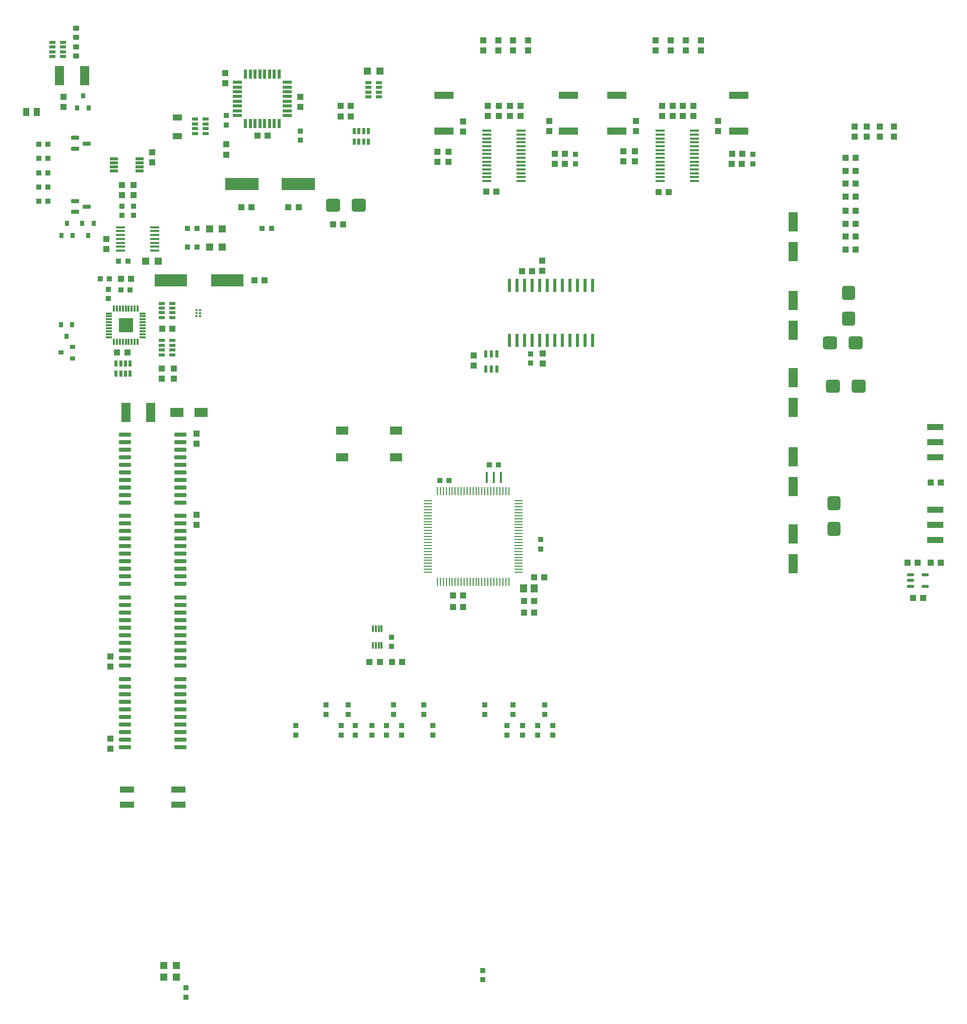
<source format=gtp>
G04*
G04 #@! TF.GenerationSoftware,Altium Limited,Altium Designer,23.3.1 (30)*
G04*
G04 Layer_Color=8421504*
%FSLAX25Y25*%
%MOIN*%
G70*
G04*
G04 #@! TF.SameCoordinates,06538215-238A-4A1E-A02E-8B45A58771C4*
G04*
G04*
G04 #@! TF.FilePolarity,Positive*
G04*
G01*
G75*
%ADD21R,0.03661X0.03425*%
%ADD22R,0.04724X0.04724*%
%ADD23R,0.03937X0.04331*%
G04:AMPARAMS|DCode=24|XSize=38.19mil|YSize=20.87mil|CornerRadius=2.61mil|HoleSize=0mil|Usage=FLASHONLY|Rotation=0.000|XOffset=0mil|YOffset=0mil|HoleType=Round|Shape=RoundedRectangle|*
%AMROUNDEDRECTD24*
21,1,0.03819,0.01565,0,0,0.0*
21,1,0.03297,0.02087,0,0,0.0*
1,1,0.00522,0.01649,-0.00783*
1,1,0.00522,-0.01649,-0.00783*
1,1,0.00522,-0.01649,0.00783*
1,1,0.00522,0.01649,0.00783*
%
%ADD24ROUNDEDRECTD24*%
G04:AMPARAMS|DCode=25|XSize=43.31mil|YSize=10.24mil|CornerRadius=1.28mil|HoleSize=0mil|Usage=FLASHONLY|Rotation=90.000|XOffset=0mil|YOffset=0mil|HoleType=Round|Shape=RoundedRectangle|*
%AMROUNDEDRECTD25*
21,1,0.04331,0.00768,0,0,90.0*
21,1,0.04075,0.01024,0,0,90.0*
1,1,0.00256,0.00384,0.02037*
1,1,0.00256,0.00384,-0.02037*
1,1,0.00256,-0.00384,-0.02037*
1,1,0.00256,-0.00384,0.02037*
%
%ADD25ROUNDEDRECTD25*%
%ADD26R,0.01654X0.01221*%
%ADD27R,0.01693X0.01221*%
G04:AMPARAMS|DCode=28|XSize=43.31mil|YSize=10.24mil|CornerRadius=1.28mil|HoleSize=0mil|Usage=FLASHONLY|Rotation=0.000|XOffset=0mil|YOffset=0mil|HoleType=Round|Shape=RoundedRectangle|*
%AMROUNDEDRECTD28*
21,1,0.04331,0.00768,0,0,0.0*
21,1,0.04075,0.01024,0,0,0.0*
1,1,0.00256,0.02037,-0.00384*
1,1,0.00256,-0.02037,-0.00384*
1,1,0.00256,-0.02037,0.00384*
1,1,0.00256,0.02037,0.00384*
%
%ADD28ROUNDEDRECTD28*%
%ADD29R,0.09213X0.09213*%
G04:AMPARAMS|DCode=30|XSize=38.19mil|YSize=20.87mil|CornerRadius=2.61mil|HoleSize=0mil|Usage=FLASHONLY|Rotation=270.000|XOffset=0mil|YOffset=0mil|HoleType=Round|Shape=RoundedRectangle|*
%AMROUNDEDRECTD30*
21,1,0.03819,0.01565,0,0,270.0*
21,1,0.03297,0.02087,0,0,270.0*
1,1,0.00522,-0.00783,-0.01649*
1,1,0.00522,-0.00783,0.01649*
1,1,0.00522,0.00783,0.01649*
1,1,0.00522,0.00783,-0.01649*
%
%ADD30ROUNDEDRECTD30*%
%ADD31R,0.05906X0.03937*%
%ADD32R,0.05906X0.12598*%
G04:AMPARAMS|DCode=33|XSize=34.25mil|YSize=40.16mil|CornerRadius=4.28mil|HoleSize=0mil|Usage=FLASHONLY|Rotation=270.000|XOffset=0mil|YOffset=0mil|HoleType=Round|Shape=RoundedRectangle|*
%AMROUNDEDRECTD33*
21,1,0.03425,0.03159,0,0,270.0*
21,1,0.02569,0.04016,0,0,270.0*
1,1,0.00856,-0.01580,-0.01284*
1,1,0.00856,-0.01580,0.01284*
1,1,0.00856,0.01580,0.01284*
1,1,0.00856,0.01580,-0.01284*
%
%ADD33ROUNDEDRECTD33*%
%ADD34R,0.08268X0.05512*%
%ADD35R,0.01100X0.05800*%
%ADD36R,0.05800X0.01100*%
%ADD37R,0.01968X0.08661*%
G04:AMPARAMS|DCode=38|XSize=90.16mil|YSize=83.46mil|CornerRadius=10.43mil|HoleSize=0mil|Usage=FLASHONLY|Rotation=270.000|XOffset=0mil|YOffset=0mil|HoleType=Round|Shape=RoundedRectangle|*
%AMROUNDEDRECTD38*
21,1,0.09016,0.06260,0,0,270.0*
21,1,0.06929,0.08346,0,0,270.0*
1,1,0.02087,-0.03130,-0.03465*
1,1,0.02087,-0.03130,0.03465*
1,1,0.02087,0.03130,0.03465*
1,1,0.02087,0.03130,-0.03465*
%
%ADD38ROUNDEDRECTD38*%
G04:AMPARAMS|DCode=39|XSize=90.16mil|YSize=83.46mil|CornerRadius=10.43mil|HoleSize=0mil|Usage=FLASHONLY|Rotation=0.000|XOffset=0mil|YOffset=0mil|HoleType=Round|Shape=RoundedRectangle|*
%AMROUNDEDRECTD39*
21,1,0.09016,0.06260,0,0,0.0*
21,1,0.06929,0.08346,0,0,0.0*
1,1,0.02087,0.03465,-0.03130*
1,1,0.02087,-0.03465,-0.03130*
1,1,0.02087,-0.03465,0.03130*
1,1,0.02087,0.03465,0.03130*
%
%ADD39ROUNDEDRECTD39*%
%ADD40R,0.10984X0.04134*%
%ADD41R,0.04331X0.03937*%
G04:AMPARAMS|DCode=42|XSize=47.64mil|YSize=23.23mil|CornerRadius=5.81mil|HoleSize=0mil|Usage=FLASHONLY|Rotation=0.000|XOffset=0mil|YOffset=0mil|HoleType=Round|Shape=RoundedRectangle|*
%AMROUNDEDRECTD42*
21,1,0.04764,0.01161,0,0,0.0*
21,1,0.03602,0.02323,0,0,0.0*
1,1,0.01161,0.01801,-0.00581*
1,1,0.01161,-0.01801,-0.00581*
1,1,0.01161,-0.01801,0.00581*
1,1,0.01161,0.01801,0.00581*
%
%ADD42ROUNDEDRECTD42*%
%ADD43R,0.03425X0.03661*%
G04:AMPARAMS|DCode=44|XSize=47.64mil|YSize=22.84mil|CornerRadius=2.85mil|HoleSize=0mil|Usage=FLASHONLY|Rotation=90.000|XOffset=0mil|YOffset=0mil|HoleType=Round|Shape=RoundedRectangle|*
%AMROUNDEDRECTD44*
21,1,0.04764,0.01713,0,0,90.0*
21,1,0.04193,0.02284,0,0,90.0*
1,1,0.00571,0.00856,0.02097*
1,1,0.00571,0.00856,-0.02097*
1,1,0.00571,-0.00856,-0.02097*
1,1,0.00571,-0.00856,0.02097*
%
%ADD44ROUNDEDRECTD44*%
%ADD45R,0.03150X0.03543*%
%ADD46R,0.03543X0.03150*%
%ADD47R,0.21654X0.07874*%
%ADD48R,0.04724X0.05787*%
%ADD49R,0.08661X0.06102*%
G04:AMPARAMS|DCode=50|XSize=81.1mil|YSize=23.62mil|CornerRadius=2.95mil|HoleSize=0mil|Usage=FLASHONLY|Rotation=0.000|XOffset=0mil|YOffset=0mil|HoleType=Round|Shape=RoundedRectangle|*
%AMROUNDEDRECTD50*
21,1,0.08110,0.01772,0,0,0.0*
21,1,0.07520,0.02362,0,0,0.0*
1,1,0.00591,0.03760,-0.00886*
1,1,0.00591,-0.03760,-0.00886*
1,1,0.00591,-0.03760,0.00886*
1,1,0.00591,0.03760,0.00886*
%
%ADD50ROUNDEDRECTD50*%
%ADD51R,0.01575X0.07480*%
G04:AMPARAMS|DCode=52|XSize=61.81mil|YSize=16.14mil|CornerRadius=2.02mil|HoleSize=0mil|Usage=FLASHONLY|Rotation=0.000|XOffset=0mil|YOffset=0mil|HoleType=Round|Shape=RoundedRectangle|*
%AMROUNDEDRECTD52*
21,1,0.06181,0.01211,0,0,0.0*
21,1,0.05778,0.01614,0,0,0.0*
1,1,0.00404,0.02889,-0.00605*
1,1,0.00404,-0.02889,-0.00605*
1,1,0.00404,-0.02889,0.00605*
1,1,0.00404,0.02889,0.00605*
%
%ADD52ROUNDEDRECTD52*%
%ADD53R,0.13071X0.04764*%
G04:AMPARAMS|DCode=54|XSize=61.42mil|YSize=15.75mil|CornerRadius=1.97mil|HoleSize=0mil|Usage=FLASHONLY|Rotation=0.000|XOffset=0mil|YOffset=0mil|HoleType=Round|Shape=RoundedRectangle|*
%AMROUNDEDRECTD54*
21,1,0.06142,0.01181,0,0,0.0*
21,1,0.05748,0.01575,0,0,0.0*
1,1,0.00394,0.02874,-0.00591*
1,1,0.00394,-0.02874,-0.00591*
1,1,0.00394,-0.02874,0.00591*
1,1,0.00394,0.02874,0.00591*
%
%ADD54ROUNDEDRECTD54*%
%ADD55R,0.06299X0.12598*%
%ADD56R,0.22047X0.08268*%
%ADD57R,0.04488X0.05787*%
%ADD58R,0.09606X0.04449*%
%ADD59R,0.03622X0.03819*%
G04:AMPARAMS|DCode=60|XSize=55.91mil|YSize=18.5mil|CornerRadius=2.31mil|HoleSize=0mil|Usage=FLASHONLY|Rotation=180.000|XOffset=0mil|YOffset=0mil|HoleType=Round|Shape=RoundedRectangle|*
%AMROUNDEDRECTD60*
21,1,0.05591,0.01388,0,0,180.0*
21,1,0.05128,0.01850,0,0,180.0*
1,1,0.00463,-0.02564,0.00694*
1,1,0.00463,0.02564,0.00694*
1,1,0.00463,0.02564,-0.00694*
1,1,0.00463,-0.02564,-0.00694*
%
%ADD60ROUNDEDRECTD60*%
G04:AMPARAMS|DCode=61|XSize=24.02mil|YSize=55.51mil|CornerRadius=6mil|HoleSize=0mil|Usage=FLASHONLY|Rotation=270.000|XOffset=0mil|YOffset=0mil|HoleType=Round|Shape=RoundedRectangle|*
%AMROUNDEDRECTD61*
21,1,0.02402,0.04350,0,0,270.0*
21,1,0.01201,0.05551,0,0,270.0*
1,1,0.01201,-0.02175,-0.00600*
1,1,0.01201,-0.02175,0.00600*
1,1,0.01201,0.02175,0.00600*
1,1,0.01201,0.02175,-0.00600*
%
%ADD61ROUNDEDRECTD61*%
G04:AMPARAMS|DCode=62|XSize=44.09mil|YSize=10.63mil|CornerRadius=1.33mil|HoleSize=0mil|Usage=FLASHONLY|Rotation=90.000|XOffset=0mil|YOffset=0mil|HoleType=Round|Shape=RoundedRectangle|*
%AMROUNDEDRECTD62*
21,1,0.04409,0.00797,0,0,90.0*
21,1,0.04144,0.01063,0,0,90.0*
1,1,0.00266,0.00399,0.02072*
1,1,0.00266,0.00399,-0.02072*
1,1,0.00266,-0.00399,-0.02072*
1,1,0.00266,-0.00399,0.02072*
%
%ADD62ROUNDEDRECTD62*%
G04:AMPARAMS|DCode=63|XSize=58.66mil|YSize=21.65mil|CornerRadius=2.71mil|HoleSize=0mil|Usage=FLASHONLY|Rotation=180.000|XOffset=0mil|YOffset=0mil|HoleType=Round|Shape=RoundedRectangle|*
%AMROUNDEDRECTD63*
21,1,0.05866,0.01624,0,0,180.0*
21,1,0.05325,0.02165,0,0,180.0*
1,1,0.00541,-0.02662,0.00812*
1,1,0.00541,0.02662,0.00812*
1,1,0.00541,0.02662,-0.00812*
1,1,0.00541,-0.02662,-0.00812*
%
%ADD63ROUNDEDRECTD63*%
G04:AMPARAMS|DCode=64|XSize=58.66mil|YSize=21.65mil|CornerRadius=2.71mil|HoleSize=0mil|Usage=FLASHONLY|Rotation=90.000|XOffset=0mil|YOffset=0mil|HoleType=Round|Shape=RoundedRectangle|*
%AMROUNDEDRECTD64*
21,1,0.05866,0.01624,0,0,90.0*
21,1,0.05325,0.02165,0,0,90.0*
1,1,0.00541,0.00812,0.02662*
1,1,0.00541,0.00812,-0.02662*
1,1,0.00541,-0.00812,-0.02662*
1,1,0.00541,-0.00812,0.02662*
%
%ADD64ROUNDEDRECTD64*%
D21*
X387258Y443171D02*
D03*
Y437029D02*
D03*
X402043Y197458D02*
D03*
Y191316D02*
D03*
X391840Y197458D02*
D03*
Y191316D02*
D03*
X381960Y197458D02*
D03*
Y191316D02*
D03*
X371757Y197458D02*
D03*
Y191316D02*
D03*
X355594Y29417D02*
D03*
Y35558D02*
D03*
X322480Y197458D02*
D03*
Y191316D02*
D03*
X316478Y204891D02*
D03*
Y211033D02*
D03*
X296624Y204891D02*
D03*
Y211033D02*
D03*
X266601D02*
D03*
Y204891D02*
D03*
X251871Y211033D02*
D03*
Y204891D02*
D03*
X301820Y197458D02*
D03*
Y191316D02*
D03*
X291850D02*
D03*
Y197458D02*
D03*
X282400Y191316D02*
D03*
Y197458D02*
D03*
X271239D02*
D03*
Y191316D02*
D03*
X261939D02*
D03*
Y197458D02*
D03*
X159428Y17997D02*
D03*
Y24139D02*
D03*
X231805Y197458D02*
D03*
Y191316D02*
D03*
X356905Y211033D02*
D03*
Y204891D02*
D03*
X375761D02*
D03*
Y211033D02*
D03*
X396619D02*
D03*
Y204891D02*
D03*
X107924Y485870D02*
D03*
Y479728D02*
D03*
X116929Y534822D02*
D03*
Y540964D02*
D03*
X534344Y568910D02*
D03*
Y575052D02*
D03*
X394100Y320371D02*
D03*
Y314229D02*
D03*
X416942Y575052D02*
D03*
Y568910D02*
D03*
X124589Y540964D02*
D03*
Y534822D02*
D03*
X295270Y255843D02*
D03*
Y249701D02*
D03*
D22*
X144555Y31281D02*
D03*
X152823D02*
D03*
X144555Y38779D02*
D03*
X152823D02*
D03*
X279324Y630168D02*
D03*
X287592D02*
D03*
X175044Y525984D02*
D03*
X183311D02*
D03*
X175044Y513704D02*
D03*
X183311D02*
D03*
X140896Y504629D02*
D03*
X132629D02*
D03*
D23*
X109305Y188935D02*
D03*
Y182242D02*
D03*
X185827Y581690D02*
D03*
Y574997D02*
D03*
X116837Y554776D02*
D03*
Y548083D02*
D03*
X185409Y622173D02*
D03*
Y628866D02*
D03*
X394978Y504815D02*
D03*
Y498122D02*
D03*
X395400Y436754D02*
D03*
Y443446D02*
D03*
X109305Y243149D02*
D03*
Y236456D02*
D03*
X166234Y330295D02*
D03*
Y336987D02*
D03*
Y383859D02*
D03*
Y390552D02*
D03*
X349576Y442159D02*
D03*
Y435466D02*
D03*
X151340Y433655D02*
D03*
Y426962D02*
D03*
X143314Y433655D02*
D03*
Y426962D02*
D03*
X511417Y590388D02*
D03*
Y597081D02*
D03*
X399634Y590388D02*
D03*
Y597081D02*
D03*
X342665Y590244D02*
D03*
Y596937D02*
D03*
X499908Y643911D02*
D03*
Y650604D02*
D03*
X490098Y643911D02*
D03*
Y650604D02*
D03*
X479862Y643911D02*
D03*
Y650604D02*
D03*
X470024Y643911D02*
D03*
Y650604D02*
D03*
X385560Y643911D02*
D03*
Y650604D02*
D03*
X375725Y643911D02*
D03*
Y650604D02*
D03*
X365831Y643911D02*
D03*
Y650604D02*
D03*
X355875Y643911D02*
D03*
Y650604D02*
D03*
X495033Y600563D02*
D03*
Y607256D02*
D03*
X474306Y600563D02*
D03*
Y607256D02*
D03*
X488029Y600563D02*
D03*
Y607256D02*
D03*
X481191Y600563D02*
D03*
Y607256D02*
D03*
X448619Y577209D02*
D03*
Y570516D02*
D03*
X456358Y577209D02*
D03*
Y570516D02*
D03*
X325604Y576924D02*
D03*
Y570231D02*
D03*
X380681Y607256D02*
D03*
Y600563D02*
D03*
X373485Y607256D02*
D03*
Y600563D02*
D03*
X366203Y607256D02*
D03*
Y600563D02*
D03*
X358854Y607256D02*
D03*
Y600563D02*
D03*
X332933Y570276D02*
D03*
Y576969D02*
D03*
X234970Y606447D02*
D03*
Y613140D02*
D03*
X136998Y576495D02*
D03*
Y569803D02*
D03*
X124589Y548083D02*
D03*
Y554776D02*
D03*
X627469Y593441D02*
D03*
Y586749D02*
D03*
X618414Y593441D02*
D03*
Y586749D02*
D03*
X609774Y593441D02*
D03*
Y586749D02*
D03*
X601785Y593442D02*
D03*
Y586749D02*
D03*
X78208Y606598D02*
D03*
Y613291D02*
D03*
X457101Y597081D02*
D03*
Y590388D02*
D03*
X106693Y512456D02*
D03*
Y519149D02*
D03*
D24*
X143374Y476659D02*
D03*
X70965Y639764D02*
D03*
Y642913D02*
D03*
Y646063D02*
D03*
Y649213D02*
D03*
X77854D02*
D03*
Y646063D02*
D03*
Y642913D02*
D03*
Y639764D02*
D03*
X150263Y476659D02*
D03*
Y473509D02*
D03*
Y470360D02*
D03*
Y467210D02*
D03*
X143374D02*
D03*
Y470360D02*
D03*
Y473509D02*
D03*
X150263Y452110D02*
D03*
Y448960D02*
D03*
Y445810D02*
D03*
Y442661D02*
D03*
X143374D02*
D03*
Y445810D02*
D03*
Y448960D02*
D03*
Y452110D02*
D03*
X286903Y622551D02*
D03*
Y619402D02*
D03*
Y616252D02*
D03*
Y613102D02*
D03*
X280013D02*
D03*
Y616252D02*
D03*
Y619402D02*
D03*
Y622551D02*
D03*
X165455Y598425D02*
D03*
Y595275D02*
D03*
Y592125D02*
D03*
Y588976D02*
D03*
X172345D02*
D03*
Y592125D02*
D03*
Y595275D02*
D03*
Y598425D02*
D03*
D25*
X121457Y473203D02*
D03*
X123425D02*
D03*
X111614D02*
D03*
X113583D02*
D03*
X115551D02*
D03*
X117520D02*
D03*
X119488D02*
D03*
X125394D02*
D03*
X127362D02*
D03*
Y451037D02*
D03*
X125394D02*
D03*
X123425D02*
D03*
X121457D02*
D03*
X119488D02*
D03*
X117520D02*
D03*
X115551D02*
D03*
X113583D02*
D03*
X111614D02*
D03*
D26*
X166253Y468229D02*
D03*
Y472166D02*
D03*
X168576D02*
D03*
X166253Y470198D02*
D03*
X168576D02*
D03*
D27*
X168556Y468229D02*
D03*
D28*
X108406Y468026D02*
D03*
Y469994D02*
D03*
X130571D02*
D03*
Y468026D02*
D03*
Y466057D02*
D03*
Y464089D02*
D03*
Y462120D02*
D03*
Y460152D02*
D03*
Y458183D02*
D03*
Y456215D02*
D03*
Y454246D02*
D03*
X108406D02*
D03*
Y456215D02*
D03*
Y458183D02*
D03*
Y460152D02*
D03*
Y462120D02*
D03*
Y464089D02*
D03*
Y466057D02*
D03*
D29*
X119488Y462120D02*
D03*
D30*
X113007Y436982D02*
D03*
X116157D02*
D03*
X119307D02*
D03*
X122456D02*
D03*
Y430093D02*
D03*
X119307D02*
D03*
X116157D02*
D03*
X113007D02*
D03*
X279959Y583632D02*
D03*
X276809D02*
D03*
X273660D02*
D03*
X270510D02*
D03*
Y590522D02*
D03*
X273660D02*
D03*
X276809D02*
D03*
X279959D02*
D03*
D31*
X153659Y599610D02*
D03*
Y587011D02*
D03*
D32*
X75718Y627257D02*
D03*
X92254D02*
D03*
X119513Y404576D02*
D03*
X136049D02*
D03*
D33*
X86614Y658583D02*
D03*
Y652441D02*
D03*
X86528Y646291D02*
D03*
Y640150D02*
D03*
D34*
X298406Y374803D02*
D03*
X262579D02*
D03*
Y392520D02*
D03*
X298406D02*
D03*
D35*
X372813Y292441D02*
D03*
X370913D02*
D03*
X368913D02*
D03*
X366913D02*
D03*
X364913D02*
D03*
X363013D02*
D03*
X361013D02*
D03*
X359013D02*
D03*
X357113D02*
D03*
X355113D02*
D03*
X353113D02*
D03*
X351213D02*
D03*
X349213D02*
D03*
X347213D02*
D03*
X345313D02*
D03*
X343313D02*
D03*
X341313D02*
D03*
X339413D02*
D03*
X337413D02*
D03*
X335413D02*
D03*
X333513D02*
D03*
X331513D02*
D03*
X329513D02*
D03*
X327513D02*
D03*
X325613D02*
D03*
Y352441D02*
D03*
X327513D02*
D03*
X329513D02*
D03*
X331513D02*
D03*
X333513D02*
D03*
X335413D02*
D03*
X337413D02*
D03*
X339413D02*
D03*
X341313D02*
D03*
X343313D02*
D03*
X345313D02*
D03*
X347213D02*
D03*
X349213D02*
D03*
X351213D02*
D03*
X353113D02*
D03*
X355113D02*
D03*
X357113D02*
D03*
X359013D02*
D03*
X361013D02*
D03*
X363013D02*
D03*
X364913D02*
D03*
X366913D02*
D03*
X368913D02*
D03*
X370913D02*
D03*
X372813D02*
D03*
D36*
X319213Y298841D02*
D03*
Y300741D02*
D03*
Y302741D02*
D03*
Y304741D02*
D03*
Y306741D02*
D03*
Y308641D02*
D03*
Y310641D02*
D03*
Y312641D02*
D03*
Y314541D02*
D03*
Y316541D02*
D03*
Y318541D02*
D03*
Y320441D02*
D03*
Y322441D02*
D03*
Y324441D02*
D03*
Y326341D02*
D03*
Y328341D02*
D03*
Y330341D02*
D03*
Y332241D02*
D03*
Y334241D02*
D03*
Y336241D02*
D03*
Y338141D02*
D03*
Y340141D02*
D03*
Y342141D02*
D03*
Y344141D02*
D03*
Y346041D02*
D03*
X379213D02*
D03*
Y344141D02*
D03*
Y342141D02*
D03*
Y340141D02*
D03*
Y338141D02*
D03*
Y336241D02*
D03*
Y334241D02*
D03*
Y332241D02*
D03*
Y330341D02*
D03*
Y328341D02*
D03*
Y326341D02*
D03*
Y324441D02*
D03*
Y322441D02*
D03*
Y320441D02*
D03*
Y318541D02*
D03*
Y316541D02*
D03*
Y314541D02*
D03*
Y312641D02*
D03*
Y310641D02*
D03*
Y308641D02*
D03*
Y306741D02*
D03*
Y304741D02*
D03*
Y302741D02*
D03*
Y300741D02*
D03*
Y298841D02*
D03*
D37*
X428365Y488417D02*
D03*
X423365D02*
D03*
X418365D02*
D03*
X413365D02*
D03*
X408365D02*
D03*
X403365D02*
D03*
X398365D02*
D03*
X393365D02*
D03*
X388365D02*
D03*
X383365D02*
D03*
X378365D02*
D03*
X373365D02*
D03*
X428365Y452196D02*
D03*
X423365D02*
D03*
X418365D02*
D03*
X413365D02*
D03*
X408365D02*
D03*
X403365D02*
D03*
X398365D02*
D03*
X393365D02*
D03*
X388365D02*
D03*
X383365D02*
D03*
X378365D02*
D03*
X373365D02*
D03*
D38*
X597642Y466429D02*
D03*
Y483437D02*
D03*
X587837Y327518D02*
D03*
Y344526D02*
D03*
D39*
X602364Y450427D02*
D03*
X585356D02*
D03*
X604254Y421694D02*
D03*
X587246D02*
D03*
X256487Y541365D02*
D03*
X273495D02*
D03*
D40*
X654820Y320254D02*
D03*
Y330254D02*
D03*
Y340254D02*
D03*
X655034Y394696D02*
D03*
Y384696D02*
D03*
Y374696D02*
D03*
D41*
X640144Y281743D02*
D03*
X646837D02*
D03*
X636555Y305268D02*
D03*
X643248D02*
D03*
X658626D02*
D03*
X651933D02*
D03*
X381502Y497925D02*
D03*
X388195D02*
D03*
X302338Y239489D02*
D03*
X295646D02*
D03*
X287461D02*
D03*
X280768D02*
D03*
X120463Y444135D02*
D03*
X113770D02*
D03*
X143472Y459729D02*
D03*
X150165D02*
D03*
X116142Y492820D02*
D03*
X122835D02*
D03*
X211259Y491918D02*
D03*
X204566D02*
D03*
X389692Y272213D02*
D03*
X382999D02*
D03*
X342742Y275692D02*
D03*
X336049D02*
D03*
X342742Y283454D02*
D03*
X336049D02*
D03*
X382999Y279761D02*
D03*
X389691D02*
D03*
X389732Y295622D02*
D03*
X396425D02*
D03*
X520527Y575436D02*
D03*
X527220D02*
D03*
X520430Y568709D02*
D03*
X527122D02*
D03*
X472063Y550295D02*
D03*
X478756D02*
D03*
X357806Y550344D02*
D03*
X364499D02*
D03*
X403364Y575436D02*
D03*
X410057D02*
D03*
X403422Y568709D02*
D03*
X410115D02*
D03*
X256496Y528740D02*
D03*
X263189D02*
D03*
X227111Y540273D02*
D03*
X233804D02*
D03*
X202545D02*
D03*
X195853D02*
D03*
X595580Y572866D02*
D03*
X602273D02*
D03*
X595580Y564295D02*
D03*
X602273D02*
D03*
X595580Y555724D02*
D03*
X602273D02*
D03*
X595580Y547153D02*
D03*
X602273D02*
D03*
X595580Y537881D02*
D03*
X602273D02*
D03*
X595580Y512169D02*
D03*
X602273D02*
D03*
X595580Y529310D02*
D03*
X602273D02*
D03*
X595580Y520739D02*
D03*
X602273D02*
D03*
X651933Y358282D02*
D03*
X658626D02*
D03*
X268338Y600244D02*
D03*
X261645D02*
D03*
X268338Y607244D02*
D03*
X261645D02*
D03*
X213257Y587564D02*
D03*
X206565D02*
D03*
D42*
X648431Y297094D02*
D03*
Y289614D02*
D03*
X638549D02*
D03*
Y293354D02*
D03*
Y297094D02*
D03*
D43*
X166500Y526135D02*
D03*
X160359D02*
D03*
X166500Y513704D02*
D03*
X160359D02*
D03*
X327244Y359449D02*
D03*
X333386D02*
D03*
X114685Y504540D02*
D03*
X120826D02*
D03*
X122437Y485568D02*
D03*
X116295D02*
D03*
X108704Y492820D02*
D03*
X102562D02*
D03*
X366030Y369742D02*
D03*
X359888D02*
D03*
X209677Y526135D02*
D03*
X215818D02*
D03*
X68032Y544094D02*
D03*
X61890D02*
D03*
X68032Y562992D02*
D03*
X61890D02*
D03*
X68032Y553543D02*
D03*
X61890D02*
D03*
X68032Y581890D02*
D03*
X61890D02*
D03*
Y572441D02*
D03*
X68032D02*
D03*
D44*
X364998Y443189D02*
D03*
X361258D02*
D03*
X357517D02*
D03*
X364998Y433307D02*
D03*
X361258D02*
D03*
X357517D02*
D03*
D45*
X80692Y529479D02*
D03*
X84432Y521605D02*
D03*
X76952D02*
D03*
X94463D02*
D03*
X90723Y529479D02*
D03*
X98203D02*
D03*
X80381Y454680D02*
D03*
X76641Y462554D02*
D03*
X84121D02*
D03*
X91147Y613774D02*
D03*
X94887Y605900D02*
D03*
X87406D02*
D03*
D46*
X76477Y444039D02*
D03*
X84351Y447779D02*
D03*
Y440299D02*
D03*
D47*
X149299Y491900D02*
D03*
X186701D02*
D03*
D48*
X382723Y288234D02*
D03*
X389495D02*
D03*
D49*
X169367Y404576D02*
D03*
X153225D02*
D03*
D50*
X155557Y389719D02*
D03*
Y384719D02*
D03*
Y379719D02*
D03*
Y374719D02*
D03*
Y369719D02*
D03*
Y364719D02*
D03*
Y359719D02*
D03*
Y354719D02*
D03*
Y349719D02*
D03*
Y344719D02*
D03*
X119022D02*
D03*
Y349719D02*
D03*
Y354719D02*
D03*
Y359719D02*
D03*
Y364719D02*
D03*
Y369719D02*
D03*
Y374719D02*
D03*
Y379719D02*
D03*
Y384719D02*
D03*
Y389719D02*
D03*
X155577Y336154D02*
D03*
Y331154D02*
D03*
Y326154D02*
D03*
Y321154D02*
D03*
Y316154D02*
D03*
Y311154D02*
D03*
Y306154D02*
D03*
Y301154D02*
D03*
Y296154D02*
D03*
Y291154D02*
D03*
X119041D02*
D03*
Y296154D02*
D03*
Y301154D02*
D03*
Y306154D02*
D03*
Y311154D02*
D03*
Y316154D02*
D03*
Y321154D02*
D03*
Y326154D02*
D03*
Y331154D02*
D03*
Y336154D02*
D03*
X119118Y237289D02*
D03*
Y242289D02*
D03*
Y247289D02*
D03*
Y252289D02*
D03*
Y257289D02*
D03*
Y262289D02*
D03*
Y267289D02*
D03*
Y272289D02*
D03*
Y277289D02*
D03*
Y282289D02*
D03*
X155653D02*
D03*
Y277289D02*
D03*
Y272289D02*
D03*
Y267289D02*
D03*
Y262289D02*
D03*
Y257289D02*
D03*
Y252289D02*
D03*
Y247289D02*
D03*
Y242289D02*
D03*
Y237289D02*
D03*
X119005Y183075D02*
D03*
Y188075D02*
D03*
Y193075D02*
D03*
Y198075D02*
D03*
Y203075D02*
D03*
Y208075D02*
D03*
Y213075D02*
D03*
Y218075D02*
D03*
Y223075D02*
D03*
Y228075D02*
D03*
X155540D02*
D03*
Y223075D02*
D03*
Y218075D02*
D03*
Y213075D02*
D03*
Y208075D02*
D03*
Y203075D02*
D03*
Y198075D02*
D03*
Y193075D02*
D03*
Y188075D02*
D03*
Y183075D02*
D03*
D51*
X358268Y361417D02*
D03*
X362992D02*
D03*
X367717D02*
D03*
D52*
X115957Y526897D02*
D03*
Y524338D02*
D03*
Y521779D02*
D03*
Y519220D02*
D03*
Y516661D02*
D03*
Y514102D02*
D03*
Y511543D02*
D03*
X138556D02*
D03*
Y514102D02*
D03*
Y516661D02*
D03*
Y519220D02*
D03*
Y521779D02*
D03*
Y524338D02*
D03*
Y526897D02*
D03*
D53*
X444184Y614199D02*
D03*
Y590380D02*
D03*
X524805Y614199D02*
D03*
Y590380D02*
D03*
X412238D02*
D03*
Y614199D02*
D03*
X329811Y590380D02*
D03*
Y614199D02*
D03*
D54*
X495545Y590725D02*
D03*
Y588166D02*
D03*
Y585607D02*
D03*
Y583048D02*
D03*
Y580489D02*
D03*
Y577930D02*
D03*
Y575371D02*
D03*
Y572812D02*
D03*
Y570252D02*
D03*
Y567693D02*
D03*
Y565134D02*
D03*
Y562575D02*
D03*
Y560016D02*
D03*
Y557457D02*
D03*
X472868D02*
D03*
Y560016D02*
D03*
Y562575D02*
D03*
Y565134D02*
D03*
Y567693D02*
D03*
Y570252D02*
D03*
Y572812D02*
D03*
Y575371D02*
D03*
Y577930D02*
D03*
Y580489D02*
D03*
Y583048D02*
D03*
Y585607D02*
D03*
Y588166D02*
D03*
Y590725D02*
D03*
X381085D02*
D03*
Y588166D02*
D03*
Y585607D02*
D03*
Y583048D02*
D03*
Y580489D02*
D03*
Y577930D02*
D03*
Y575371D02*
D03*
Y572812D02*
D03*
Y570252D02*
D03*
Y567693D02*
D03*
Y565134D02*
D03*
Y562575D02*
D03*
Y560016D02*
D03*
Y557457D02*
D03*
X358408D02*
D03*
Y560016D02*
D03*
Y562575D02*
D03*
Y565134D02*
D03*
Y567693D02*
D03*
Y570252D02*
D03*
Y572812D02*
D03*
Y575371D02*
D03*
Y577930D02*
D03*
Y580489D02*
D03*
Y583048D02*
D03*
Y585607D02*
D03*
Y588166D02*
D03*
Y590725D02*
D03*
D55*
X561003Y510897D02*
D03*
Y530582D02*
D03*
Y407691D02*
D03*
Y427376D02*
D03*
Y375188D02*
D03*
Y355503D02*
D03*
Y304484D02*
D03*
Y324169D02*
D03*
Y478395D02*
D03*
Y458710D02*
D03*
D56*
X233568Y555502D02*
D03*
X196166D02*
D03*
D57*
X53771Y603301D02*
D03*
X60779D02*
D03*
D58*
X154201Y155292D02*
D03*
X120343D02*
D03*
X154201Y145292D02*
D03*
X120343D02*
D03*
D59*
X234970Y590596D02*
D03*
Y584533D02*
D03*
X185827Y594606D02*
D03*
Y600669D02*
D03*
D60*
X128754Y564331D02*
D03*
Y566890D02*
D03*
Y569449D02*
D03*
Y572008D02*
D03*
X111706D02*
D03*
Y569449D02*
D03*
Y566890D02*
D03*
Y564331D02*
D03*
D61*
X85945Y586024D02*
D03*
X93583Y582283D02*
D03*
X85945Y578740D02*
D03*
Y544291D02*
D03*
X93583Y540551D02*
D03*
X85945Y537008D02*
D03*
D62*
X282874Y250374D02*
D03*
X284843D02*
D03*
X286811D02*
D03*
X288780D02*
D03*
Y261437D02*
D03*
X286811D02*
D03*
X284843D02*
D03*
X282874D02*
D03*
D63*
X226222Y600738D02*
D03*
Y603888D02*
D03*
Y607038D02*
D03*
Y610187D02*
D03*
Y613337D02*
D03*
Y616487D02*
D03*
Y619636D02*
D03*
Y622786D02*
D03*
X193387D02*
D03*
Y619636D02*
D03*
Y616487D02*
D03*
Y613337D02*
D03*
Y610187D02*
D03*
Y607038D02*
D03*
Y603888D02*
D03*
Y600738D02*
D03*
D64*
X198781Y595345D02*
D03*
X201931D02*
D03*
X205080D02*
D03*
X208230D02*
D03*
X211380D02*
D03*
X214529D02*
D03*
X217679D02*
D03*
X220828D02*
D03*
Y628179D02*
D03*
X217679D02*
D03*
X214529D02*
D03*
X211380D02*
D03*
X208230D02*
D03*
X205080D02*
D03*
X201931D02*
D03*
X198781D02*
D03*
M02*

</source>
